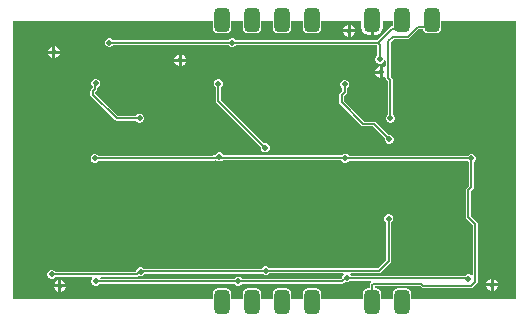
<source format=gbr>
%TF.GenerationSoftware,Altium Limited,Altium Designer,23.5.1 (21)*%
G04 Layer_Physical_Order=2*
G04 Layer_Color=16711680*
%FSLAX45Y45*%
%MOMM*%
%TF.SameCoordinates,90272B24-A97A-474C-8309-4AF10B7EB36B*%
%TF.FilePolarity,Positive*%
%TF.FileFunction,Copper,L2,Bot,Signal*%
%TF.Part,Single*%
G01*
G75*
%TA.AperFunction,Conductor*%
%ADD15C,0.15000*%
%TA.AperFunction,ComponentPad*%
G04:AMPARAMS|DCode=16|XSize=1.3mm|YSize=2mm|CornerRadius=0.325mm|HoleSize=0mm|Usage=FLASHONLY|Rotation=180.000|XOffset=0mm|YOffset=0mm|HoleType=Round|Shape=RoundedRectangle|*
%AMROUNDEDRECTD16*
21,1,1.30000,1.35000,0,0,180.0*
21,1,0.65000,2.00000,0,0,180.0*
1,1,0.65000,-0.32500,0.67500*
1,1,0.65000,0.32500,0.67500*
1,1,0.65000,0.32500,-0.67500*
1,1,0.65000,-0.32500,-0.67500*
%
%ADD16ROUNDEDRECTD16*%
%TA.AperFunction,ViaPad*%
%ADD17C,0.50000*%
G36*
X3076699Y2288466D02*
X3096500D01*
X3119092Y2292959D01*
X3138243Y2305756D01*
X3151040Y2324908D01*
X3155534Y2347500D01*
Y2400000D01*
X3239415D01*
Y2359882D01*
X3230500D01*
X3222618Y2358315D01*
X3215937Y2353850D01*
X3102682Y2240595D01*
X1912275D01*
X1911961Y2241355D01*
X1901355Y2251960D01*
X1887499Y2257700D01*
X1872501D01*
X1858645Y2251960D01*
X1848039Y2241355D01*
X1847725Y2240595D01*
X872275D01*
X871961Y2241355D01*
X861355Y2251960D01*
X847499Y2257700D01*
X832501D01*
X818645Y2251960D01*
X808040Y2241355D01*
X802300Y2227499D01*
Y2212501D01*
X808040Y2198645D01*
X818645Y2188039D01*
X832501Y2182300D01*
X847499D01*
X861355Y2188039D01*
X871961Y2198645D01*
X872275Y2199404D01*
X1847725D01*
X1848039Y2198645D01*
X1858645Y2188039D01*
X1872501Y2182300D01*
X1887499D01*
X1901355Y2188039D01*
X1911961Y2198645D01*
X1912275Y2199404D01*
X3102682D01*
X3109405Y2192682D01*
Y2112275D01*
X3108645Y2111960D01*
X3098040Y2101355D01*
X3092300Y2087499D01*
Y2072501D01*
X3098040Y2058645D01*
X3108645Y2048039D01*
X3122501Y2042300D01*
X3137499D01*
X3151355Y2048039D01*
X3161961Y2058645D01*
X3166704Y2070097D01*
X3179404Y2067571D01*
Y2018466D01*
X3166704Y2013491D01*
X3152700Y2019292D01*
Y1970000D01*
Y1920708D01*
X3166704Y1926509D01*
X3179404Y1921535D01*
Y1919291D01*
X3180972Y1911409D01*
X3185437Y1904728D01*
X3198516Y1891649D01*
Y1612275D01*
X3197756Y1611960D01*
X3187151Y1601355D01*
X3181411Y1587499D01*
Y1572501D01*
X3187151Y1558645D01*
X3197756Y1548039D01*
X3211612Y1542300D01*
X3226610D01*
X3240466Y1548039D01*
X3251072Y1558645D01*
X3256811Y1572501D01*
Y1587499D01*
X3251072Y1601355D01*
X3240466Y1611960D01*
X3239707Y1612275D01*
Y1900180D01*
X3238139Y1908061D01*
X3233675Y1914743D01*
X3220596Y1927822D01*
Y2221469D01*
X3248531Y2249404D01*
X3365490D01*
X3373371Y2250972D01*
X3380053Y2255437D01*
X3459021Y2334404D01*
X3496019D01*
X3496923Y2329864D01*
X3506913Y2314913D01*
X3521864Y2304922D01*
X3539500Y2301414D01*
X3604500D01*
X3622136Y2304922D01*
X3637087Y2314913D01*
X3647077Y2329864D01*
X3650585Y2347500D01*
Y2400000D01*
X4280000D01*
Y50000D01*
X3396585D01*
Y92500D01*
X3393077Y110136D01*
X3383087Y125087D01*
X3368136Y135077D01*
X3350500Y138585D01*
X3285500D01*
X3267864Y135077D01*
X3252913Y125087D01*
X3242923Y110136D01*
X3239415Y92500D01*
Y50000D01*
X3142585D01*
Y92500D01*
X3139077Y110136D01*
X3129087Y125087D01*
X3114136Y135077D01*
X3096500Y138585D01*
X3084596D01*
Y159404D01*
X3470903D01*
X3482771Y147536D01*
X3489453Y143072D01*
X3497335Y141504D01*
X3903983D01*
X3911864Y143072D01*
X3918546Y147536D01*
X3952463Y181454D01*
X3956928Y188135D01*
X3958496Y196017D01*
X3958496Y196018D01*
Y684323D01*
X3956928Y692204D01*
X3952463Y698886D01*
X3900595Y750754D01*
Y965345D01*
X3919563Y984312D01*
X3919563Y984313D01*
X3924028Y990994D01*
X3925596Y998876D01*
Y1208290D01*
X3925955Y1208440D01*
X3936561Y1219045D01*
X3942300Y1232901D01*
Y1247899D01*
X3936561Y1261755D01*
X3925955Y1272361D01*
X3912099Y1278100D01*
X3897101D01*
X3883245Y1272361D01*
X3872730Y1261846D01*
X2867793D01*
X2866960Y1263855D01*
X2856355Y1274460D01*
X2842499Y1280200D01*
X2827501D01*
X2813645Y1274460D01*
X2807280Y1268096D01*
X1804346D01*
X1801961Y1273855D01*
X1791355Y1284460D01*
X1777499Y1290200D01*
X1762501D01*
X1748645Y1284460D01*
X1738039Y1273855D01*
X1735654Y1268096D01*
X1722502D01*
X1722500Y1268097D01*
X1714619Y1266529D01*
X1707937Y1262064D01*
X1706469Y1260596D01*
X749775D01*
X749461Y1261355D01*
X738855Y1271961D01*
X724999Y1277700D01*
X710001D01*
X696145Y1271961D01*
X685539Y1261355D01*
X679800Y1247499D01*
Y1232501D01*
X685539Y1218645D01*
X696145Y1208039D01*
X710001Y1202300D01*
X724999D01*
X738855Y1208039D01*
X749461Y1218645D01*
X749775Y1219404D01*
X1715000D01*
X1722881Y1220972D01*
X1729563Y1225437D01*
X1731031Y1226905D01*
X1742279D01*
X1748645Y1220539D01*
X1762501Y1214800D01*
X1777499D01*
X1791355Y1220539D01*
X1797720Y1226904D01*
X2800654D01*
X2803039Y1221145D01*
X2813645Y1210539D01*
X2827501Y1204800D01*
X2842499D01*
X2856355Y1210539D01*
X2866470Y1220654D01*
X3871973D01*
X3872639Y1219045D01*
X3883245Y1208440D01*
X3884404Y1207959D01*
Y1007407D01*
X3865437Y988439D01*
X3860972Y981757D01*
X3859404Y973876D01*
Y742223D01*
X3860972Y734341D01*
X3865437Y727659D01*
X3917304Y675792D01*
Y253972D01*
X3904604Y248711D01*
X3901355Y251960D01*
X3887499Y257700D01*
X3872501D01*
X3858645Y251960D01*
X3852280Y245596D01*
X2884346D01*
X2881960Y251355D01*
X2876611Y256704D01*
X2881872Y269404D01*
X3122500D01*
X3130381Y270972D01*
X3137063Y275437D01*
X3219563Y357937D01*
X3224028Y364619D01*
X3225596Y372500D01*
Y697725D01*
X3226355Y698039D01*
X3236961Y708645D01*
X3242700Y722501D01*
Y737499D01*
X3236961Y751355D01*
X3226355Y761961D01*
X3212499Y767700D01*
X3197501D01*
X3183645Y761961D01*
X3173039Y751355D01*
X3167300Y737499D01*
Y722501D01*
X3173039Y708645D01*
X3183645Y698039D01*
X3184404Y697725D01*
Y381031D01*
X3113969Y310596D01*
X2195376D01*
X2195061Y311355D01*
X2184456Y321960D01*
X2170599Y327700D01*
X2155601D01*
X2141745Y321960D01*
X2131140Y311355D01*
X2128754Y305596D01*
X1131220D01*
X1124455Y312361D01*
X1110599Y318100D01*
X1095601D01*
X1081745Y312361D01*
X1071140Y301755D01*
X1065400Y287899D01*
Y281298D01*
X1062198Y278096D01*
X384775D01*
X384460Y278855D01*
X373855Y289461D01*
X359999Y295200D01*
X345001D01*
X331145Y289461D01*
X320539Y278855D01*
X314800Y264999D01*
Y250001D01*
X320539Y236145D01*
X331145Y225540D01*
X345001Y219800D01*
X359999D01*
X373855Y225540D01*
X384460Y236145D01*
X384775Y236905D01*
X691028D01*
X696289Y224205D01*
X693040Y220955D01*
X687300Y207099D01*
Y192101D01*
X693040Y178245D01*
X703645Y167639D01*
X717501Y161900D01*
X732499D01*
X746355Y167639D01*
X756961Y178245D01*
X757441Y179405D01*
X1897725D01*
X1898039Y178645D01*
X1908645Y168040D01*
X1922501Y162300D01*
X1937499D01*
X1951355Y168040D01*
X1961961Y178645D01*
X1962275Y179405D01*
X2812825D01*
X2820707Y180972D01*
X2827389Y185437D01*
X2836668Y194716D01*
X2842501Y192300D01*
X2857499D01*
X2871355Y198039D01*
X2877720Y204404D01*
X3050688D01*
X3051773Y202987D01*
X3055365Y191704D01*
X3049437Y185776D01*
X3044972Y179095D01*
X3043404Y171213D01*
Y138585D01*
X3031500D01*
X3013864Y135077D01*
X2998913Y125087D01*
X2988923Y110136D01*
X2985415Y92500D01*
Y50000D01*
X2634585D01*
Y92500D01*
X2631077Y110136D01*
X2621087Y125087D01*
X2606136Y135077D01*
X2588500Y138585D01*
X2523500D01*
X2505864Y135077D01*
X2490913Y125087D01*
X2480923Y110136D01*
X2477415Y92500D01*
Y50000D01*
X2380585D01*
Y92500D01*
X2377077Y110136D01*
X2367087Y125087D01*
X2352136Y135077D01*
X2334500Y138585D01*
X2269500D01*
X2251864Y135077D01*
X2236913Y125087D01*
X2226923Y110136D01*
X2223415Y92500D01*
Y50000D01*
X2126585D01*
Y92500D01*
X2123077Y110136D01*
X2113087Y125087D01*
X2098136Y135077D01*
X2080500Y138585D01*
X2015500D01*
X1997864Y135077D01*
X1982913Y125087D01*
X1972923Y110136D01*
X1969415Y92500D01*
Y50000D01*
X1872585D01*
Y92500D01*
X1869077Y110136D01*
X1859087Y125087D01*
X1844136Y135077D01*
X1826500Y138585D01*
X1761500D01*
X1743864Y135077D01*
X1728913Y125087D01*
X1718923Y110136D01*
X1715415Y92500D01*
Y50000D01*
X20000D01*
Y2400000D01*
X1715415D01*
Y2347500D01*
X1718923Y2329864D01*
X1728913Y2314913D01*
X1743864Y2304922D01*
X1761500Y2301414D01*
X1826500D01*
X1844136Y2304922D01*
X1859087Y2314913D01*
X1869077Y2329864D01*
X1872585Y2347500D01*
Y2400000D01*
X1969415D01*
Y2347500D01*
X1972923Y2329864D01*
X1982913Y2314913D01*
X1997864Y2304922D01*
X2015500Y2301414D01*
X2080500D01*
X2098136Y2304922D01*
X2113087Y2314913D01*
X2123077Y2329864D01*
X2126585Y2347500D01*
Y2400000D01*
X2223415D01*
Y2347500D01*
X2226923Y2329864D01*
X2236913Y2314913D01*
X2251864Y2304922D01*
X2269500Y2301414D01*
X2334500D01*
X2352136Y2304922D01*
X2367087Y2314913D01*
X2377077Y2329864D01*
X2380585Y2347500D01*
Y2400000D01*
X2477415D01*
Y2347500D01*
X2480923Y2329864D01*
X2490913Y2314913D01*
X2505864Y2304922D01*
X2523500Y2301414D01*
X2588500D01*
X2606136Y2304922D01*
X2621087Y2314913D01*
X2631077Y2329864D01*
X2634585Y2347500D01*
Y2400000D01*
X2972466D01*
Y2347500D01*
X2976960Y2324908D01*
X2989757Y2305756D01*
X3008908Y2292959D01*
X3031500Y2288466D01*
X3051299D01*
Y2415001D01*
X3076699D01*
Y2288466D01*
D02*
G37*
G36*
X2823388Y256704D02*
X2818039Y251355D01*
X2812300Y237499D01*
Y228602D01*
X2804294Y220596D01*
X1962275D01*
X1961961Y221355D01*
X1951355Y231961D01*
X1937499Y237700D01*
X1922501D01*
X1908645Y231961D01*
X1898039Y221355D01*
X1897725Y220596D01*
X765963D01*
X763552Y224205D01*
X770340Y236905D01*
X1070729D01*
X1078611Y238472D01*
X1085293Y242937D01*
X1088145Y245789D01*
X1095601Y242700D01*
X1110599D01*
X1124455Y248439D01*
X1135061Y259045D01*
X1137281Y264404D01*
X2135380D01*
X2141745Y258039D01*
X2155601Y252300D01*
X2170599D01*
X2184456Y258039D01*
X2195061Y268645D01*
X2195376Y269404D01*
X2818128D01*
X2823388Y256704D01*
D02*
G37*
%LPC*%
G36*
X2882700Y2369292D02*
Y2332700D01*
X2919292D01*
X2912727Y2348549D01*
X2898549Y2362727D01*
X2882700Y2369292D01*
D02*
G37*
G36*
X2857300D02*
X2841451Y2362727D01*
X2827273Y2348549D01*
X2820708Y2332700D01*
X2857300D01*
Y2369292D01*
D02*
G37*
G36*
X2919292Y2307300D02*
X2882700D01*
Y2270708D01*
X2898549Y2277273D01*
X2912727Y2291451D01*
X2919292Y2307300D01*
D02*
G37*
G36*
X2857300D02*
X2820708D01*
X2827273Y2291451D01*
X2841451Y2277273D01*
X2857300Y2270708D01*
Y2307300D01*
D02*
G37*
G36*
X382700Y2189292D02*
Y2152700D01*
X419292D01*
X412727Y2168549D01*
X398549Y2182727D01*
X382700Y2189292D01*
D02*
G37*
G36*
X357300D02*
X341451Y2182727D01*
X327273Y2168549D01*
X320708Y2152700D01*
X357300D01*
Y2189292D01*
D02*
G37*
G36*
X419292Y2127300D02*
X382700D01*
Y2090708D01*
X398549Y2097273D01*
X412727Y2111451D01*
X419292Y2127300D01*
D02*
G37*
G36*
X357300D02*
X320708D01*
X327273Y2111451D01*
X341451Y2097273D01*
X357300Y2090708D01*
Y2127300D01*
D02*
G37*
G36*
X1452700Y2119292D02*
Y2082700D01*
X1489292D01*
X1482727Y2098549D01*
X1468549Y2112727D01*
X1452700Y2119292D01*
D02*
G37*
G36*
X1427300D02*
X1411451Y2112727D01*
X1397273Y2098549D01*
X1390708Y2082700D01*
X1427300D01*
Y2119292D01*
D02*
G37*
G36*
X1489292Y2057300D02*
X1452700D01*
Y2020708D01*
X1468549Y2027273D01*
X1482727Y2041451D01*
X1489292Y2057300D01*
D02*
G37*
G36*
X1427300D02*
X1390708D01*
X1397273Y2041451D01*
X1411451Y2027273D01*
X1427300Y2020708D01*
Y2057300D01*
D02*
G37*
G36*
X3127300Y2019292D02*
X3111451Y2012727D01*
X3097273Y1998549D01*
X3090708Y1982700D01*
X3127300D01*
Y2019292D01*
D02*
G37*
G36*
Y1957300D02*
X3090708D01*
X3097273Y1941451D01*
X3111451Y1927273D01*
X3127300Y1920708D01*
Y1957300D01*
D02*
G37*
G36*
X732499Y1912700D02*
X717501D01*
X703645Y1906961D01*
X693040Y1896355D01*
X687300Y1882499D01*
Y1867501D01*
X693040Y1853645D01*
X697708Y1848976D01*
Y1838349D01*
X685437Y1826078D01*
X680972Y1819396D01*
X679405Y1811514D01*
Y1780000D01*
X680972Y1772118D01*
X685437Y1765436D01*
X885437Y1565437D01*
X892118Y1560972D01*
X900000Y1559404D01*
X1062725D01*
X1063040Y1558645D01*
X1073645Y1548039D01*
X1087501Y1542300D01*
X1102499D01*
X1116355Y1548039D01*
X1126961Y1558645D01*
X1132700Y1572501D01*
Y1587499D01*
X1126961Y1601355D01*
X1116355Y1611960D01*
X1102499Y1617700D01*
X1087501D01*
X1073645Y1611960D01*
X1063040Y1601355D01*
X1062725Y1600595D01*
X908531D01*
X720596Y1788531D01*
Y1802983D01*
X732867Y1815254D01*
X737331Y1821936D01*
X738899Y1829818D01*
Y1839951D01*
X746355Y1843039D01*
X756961Y1853645D01*
X762700Y1867501D01*
Y1882499D01*
X756961Y1896355D01*
X746355Y1906961D01*
X732499Y1912700D01*
D02*
G37*
G36*
X2839999Y1905200D02*
X2825001D01*
X2811145Y1899461D01*
X2800539Y1888855D01*
X2794800Y1874999D01*
Y1860001D01*
X2800539Y1846145D01*
X2811145Y1835539D01*
X2811904Y1835225D01*
Y1810052D01*
X2791680Y1789828D01*
X2787216Y1783146D01*
X2785648Y1775264D01*
Y1713756D01*
X2787216Y1705874D01*
X2791680Y1699193D01*
X2973960Y1516914D01*
X2973960Y1516913D01*
X2980642Y1512449D01*
X2988523Y1510881D01*
X2988525Y1510881D01*
X3069992D01*
X3172615Y1408259D01*
X3172300Y1407499D01*
Y1392501D01*
X3178039Y1378645D01*
X3188645Y1368039D01*
X3202501Y1362300D01*
X3217499D01*
X3231355Y1368039D01*
X3241960Y1378645D01*
X3247700Y1392501D01*
Y1407499D01*
X3241960Y1421355D01*
X3231355Y1431961D01*
X3217499Y1437700D01*
X3202501D01*
X3201741Y1437385D01*
X3093087Y1546040D01*
X3086405Y1550504D01*
X3078523Y1552072D01*
X2997054D01*
X2826839Y1722287D01*
Y1766733D01*
X2847063Y1786957D01*
X2851528Y1793639D01*
X2853096Y1801521D01*
X2853096Y1801522D01*
Y1835225D01*
X2853855Y1835539D01*
X2864461Y1846145D01*
X2870200Y1860001D01*
Y1874999D01*
X2864461Y1888855D01*
X2853855Y1899461D01*
X2839999Y1905200D01*
D02*
G37*
G36*
X1767499Y1910200D02*
X1752501D01*
X1738645Y1904461D01*
X1728039Y1893855D01*
X1722300Y1879999D01*
Y1865001D01*
X1728039Y1851145D01*
X1738645Y1840539D01*
X1739404Y1840225D01*
Y1729439D01*
X1740972Y1721557D01*
X1745437Y1714875D01*
X2122037Y1338275D01*
X2121723Y1337515D01*
Y1322517D01*
X2127462Y1308661D01*
X2138067Y1298056D01*
X2151924Y1292316D01*
X2166922D01*
X2180778Y1298056D01*
X2191383Y1308661D01*
X2197123Y1322517D01*
Y1337515D01*
X2191383Y1351371D01*
X2180778Y1361977D01*
X2166922Y1367716D01*
X2151924D01*
X2151164Y1367401D01*
X1780596Y1737970D01*
Y1840225D01*
X1781355Y1840539D01*
X1791961Y1851145D01*
X1797700Y1865001D01*
Y1879999D01*
X1791961Y1893855D01*
X1781355Y1904461D01*
X1767499Y1910200D01*
D02*
G37*
G36*
X4092700Y219292D02*
Y182700D01*
X4129292D01*
X4122727Y198549D01*
X4108549Y212727D01*
X4092700Y219292D01*
D02*
G37*
G36*
X4067300D02*
X4051451Y212727D01*
X4037273Y198549D01*
X4030708Y182700D01*
X4067300D01*
Y219292D01*
D02*
G37*
G36*
X432700Y209292D02*
Y172700D01*
X469292D01*
X462727Y188549D01*
X448549Y202727D01*
X432700Y209292D01*
D02*
G37*
G36*
X407300D02*
X391451Y202727D01*
X377273Y188549D01*
X370708Y172700D01*
X407300D01*
Y209292D01*
D02*
G37*
G36*
X4129292Y157300D02*
X4092700D01*
Y120708D01*
X4108549Y127273D01*
X4122727Y141451D01*
X4129292Y157300D01*
D02*
G37*
G36*
X4067300D02*
X4030708D01*
X4037273Y141451D01*
X4051451Y127273D01*
X4067300Y120708D01*
Y157300D01*
D02*
G37*
G36*
X469292Y147300D02*
X432700D01*
Y110708D01*
X448549Y117273D01*
X462727Y131451D01*
X469292Y147300D01*
D02*
G37*
G36*
X407300D02*
X370708D01*
X377273Y131451D01*
X391451Y117273D01*
X407300Y110708D01*
Y147300D01*
D02*
G37*
%LPD*%
D15*
X1103100Y285000D02*
X2145000D01*
X717500Y1240000D02*
X1715000D01*
X3219111Y1580000D02*
Y1900180D01*
X2836250Y1241250D02*
X3903750D01*
X1765001Y1247501D02*
X1770000Y1252500D01*
X1722500Y1247501D02*
X1765001D01*
X2163100Y290000D02*
X3122500D01*
X2150000D02*
X2163100D01*
X2145000Y285000D02*
X2150000Y290000D01*
X718303Y1868303D02*
X725000Y1875000D01*
X718303Y1829818D02*
Y1868303D01*
X700000Y1811514D02*
X718303Y1829818D01*
X700000Y1780000D02*
Y1811514D01*
X2850000Y230000D02*
X2855000Y225000D01*
X3875000D01*
X2812825Y200000D02*
X2842825Y230000D01*
X1930000Y200000D02*
X2812825D01*
X3875000Y225000D02*
X3880000Y220000D01*
X2842825Y230000D02*
X2850000D01*
X700000Y1780000D02*
X900000Y1580000D01*
X1095000D01*
X3122500Y290000D02*
X3205000Y372500D01*
Y730000D01*
X725000Y199600D02*
X725400Y200000D01*
X352500Y257500D02*
X1070729D01*
X1093629Y280400D02*
X1103100D01*
X725400Y200000D02*
X1930000D01*
X1070729Y257500D02*
X1093629Y280400D01*
X2806244Y1775264D02*
X2832500Y1801521D01*
Y1867500D01*
X1760000Y1729439D02*
Y1872500D01*
X2988523Y1531476D02*
X3078523D01*
X3210000Y1400000D01*
X2806244Y1713756D02*
X2988523Y1531476D01*
X3903750Y1241250D02*
X3905000Y1240000D01*
Y998876D02*
Y1240000D01*
X3880000Y973876D02*
X3905000Y998876D01*
X3880000Y742223D02*
Y973876D01*
X1775000Y1247500D02*
X2830000D01*
X2836250Y1241250D01*
X1770000Y1252500D02*
X1775000Y1247500D01*
X1715000Y1240000D02*
X1722500Y1247501D01*
X2806244Y1713756D02*
Y1775264D01*
X1760000Y1729439D02*
X2159423Y1330016D01*
X3200000Y1919291D02*
Y2230000D01*
Y1919291D02*
X3219111Y1900180D01*
X3200000Y2230000D02*
X3240000Y2270000D01*
X3572000Y2410597D02*
Y2440000D01*
X3516403Y2355000D02*
X3572000Y2410597D01*
X3450490Y2355000D02*
X3516403D01*
X3365490Y2270000D02*
X3450490Y2355000D01*
X3240000Y2270000D02*
X3365490D01*
X3318000Y2394883D02*
Y2440000D01*
X3262403Y2339287D02*
X3318000Y2394883D01*
X3230500Y2339287D02*
X3262403D01*
X3111213Y2220000D02*
X3230500Y2339287D01*
X1880000Y2220000D02*
X3111213D01*
X3130000Y2080000D02*
Y2201213D01*
X3111213Y2220000D02*
X3130000Y2201213D01*
X840000Y2220000D02*
X1880000D01*
X3064000Y171213D02*
X3072787Y180000D01*
X3479434D02*
X3497335Y162100D01*
X3903983D01*
X3072787Y180000D02*
X3479434D01*
X3903983Y162100D02*
X3937900Y196017D01*
Y684323D01*
X3064000Y0D02*
Y171213D01*
X3880000Y742223D02*
X3937900Y684323D01*
D16*
X3572000Y2415000D02*
D03*
X3064000D02*
D03*
X3318000D02*
D03*
X2556000Y25000D02*
D03*
X2302000D02*
D03*
X2048000D02*
D03*
X1794000D02*
D03*
Y2415000D02*
D03*
X2048000D02*
D03*
X2302000D02*
D03*
X2556000D02*
D03*
X3318000Y25000D02*
D03*
X3064000D02*
D03*
D17*
X717500Y1240000D02*
D03*
X3219111Y1580000D02*
D03*
X3904600Y1240400D02*
D03*
X2835000Y1242500D02*
D03*
X1770000Y1252500D02*
D03*
X2163100Y290000D02*
D03*
X725000Y1875000D02*
D03*
X2850000Y230000D02*
D03*
X1095000Y1580000D02*
D03*
X3205000Y730000D02*
D03*
X725000Y199600D02*
D03*
X352500Y257500D02*
D03*
X1103100Y280400D02*
D03*
X2832500Y1867500D02*
D03*
X1760000Y1872500D02*
D03*
X1930000Y200000D02*
D03*
X3210000Y1400000D02*
D03*
X3140000Y1970000D02*
D03*
X3880000Y220000D02*
D03*
X370000Y2140000D02*
D03*
X1440000Y2070000D02*
D03*
X4080000Y170000D02*
D03*
X420000Y160000D02*
D03*
X2870000Y2320000D02*
D03*
X2159423Y1330016D02*
D03*
X3130000Y2080000D02*
D03*
X1880000Y2220000D02*
D03*
X840000D02*
D03*
%TF.MD5,ebdf6a60523b55211c50db4a7a49efac*%
M02*

</source>
